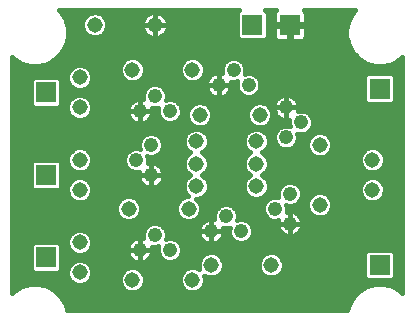
<source format=gtl>
G04 Output by ViewMate Deluxe V11.0.9  PentaLogix LLC*
G04 Sun May 11 19:20:02 2014*
%FSLAX33Y33*%
%MOMM*%
%IPPOS*%
%ADD10C,1.3081*%
%ADD11R,1.8009X1.8009*%
%ADD12C,1.209*%
%ADD13C,0.4064*%

%LPD*%
X0Y0D2*D13*G1X34544Y25425D2*X34216Y25425D1*X33279Y25024D2*X34544Y25024D1*X30356Y29451D2*X26352Y29451D1*X26375Y29050D2*X30122Y29050D1*X29954Y28646D2*X26375Y28646D1*X26375Y27440D2*X29820Y27440D1*X29820Y27841D2*X26375Y27841D1*X26375Y28245D2*X29848Y28245D1*X24922Y28245D2*X25116Y28245D1*X25116Y27841D2*X24922Y27841D1*X24922Y27440D2*X25116Y27440D1*X23663Y27440D2*X23150Y27440D1*X23150Y27841D2*X23663Y27841D1*X23663Y28245D2*X23150Y28245D1*X23150Y28646D2*X23663Y28646D1*X23686Y29451D2*X23150Y29451D1*X23150Y29050D2*X23663Y29050D1*X11519Y21803D2*X8230Y21803D1*X8298Y21400D2*X11300Y21400D1*X11262Y20998D2*X8212Y20998D1*X7912Y20594D2*X11387Y20594D1*X5466Y21400D2*X6180Y21400D1*X6248Y21803D2*X5687Y21803D1*X5687Y22205D2*X6525Y22205D1*X1524Y25425D2*X1852Y25425D1*X2789Y25024D2*X1524Y25024D1*X1524Y23815D2*X3132Y23815D1*X3076Y23414D2*X1524Y23414D1*X1524Y23010D2*X3076Y23010D1*X3076Y22609D2*X1524Y22609D1*X1524Y22205D2*X3076Y22205D1*X3076Y21803D2*X1524Y21803D1*X1524Y21400D2*X3297Y21400D1*X6266Y20998D2*X1524Y20998D1*X1524Y20594D2*X6566Y20594D1*X11768Y20193D2*X1524Y20193D1*X1524Y19388D2*X16406Y19388D1*X17031Y19789D2*X1524Y19789D1*X18283Y21400D2*X21595Y21400D1*X21420Y20998D2*X18458Y20998D1*X18458Y20594D2*X21420Y20594D1*X21577Y20193D2*X18301Y20193D1*X24097Y8920D2*X31333Y8920D1*X31333Y8517D2*X24399Y8517D1*X24491Y8115D2*X31333Y8115D1*X31333Y7711D2*X24425Y7711D1*X17549Y6101D2*X31265Y6101D1*X12469Y6101D2*X15979Y6101D1*X15745Y6505D2*X12703Y6505D1*X12743Y6906D2*X15705Y6906D1*X15822Y7310D2*X12626Y7310D1*X12286Y7711D2*X16162Y7711D1*X13381Y9322D2*X13848Y9322D1*X13945Y8920D2*X13289Y8920D1*X12972Y8517D2*X14267Y8517D1*X8054Y13752D2*X10775Y13752D1*X1524Y6101D2*X2055Y6101D1*X6751Y6505D2*X1524Y6505D1*X1524Y6906D2*X6317Y6906D1*X10574Y12141D2*X1524Y12141D1*X1524Y12543D2*X10345Y12543D1*X10307Y12946D2*X1524Y12946D1*X1524Y13348D2*X10427Y13348D1*X6424Y13752D2*X1524Y13752D1*X6548Y16167D2*X5687Y16167D1*X5687Y16568D2*X6259Y16568D1*X6180Y16972D2*X5489Y16972D1*X11374Y17777D2*X7938Y17777D1*X8222Y17374D2*X11072Y17374D1*X10991Y16972D2*X8298Y16972D1*X8219Y16568D2*X11077Y16568D1*X11382Y16167D2*X7930Y16167D1*X8171Y14958D2*X12517Y14958D1*X12268Y15362D2*X7775Y15362D1*X5687Y15763D2*X12210Y15763D1*X6703Y15362D2*X5687Y15362D1*X5687Y14958D2*X6307Y14958D1*X6180Y14557D2*X5606Y14557D1*X1524Y14153D2*X6208Y14153D1*X1524Y14557D2*X3157Y14557D1*X3076Y14958D2*X1524Y14958D1*X1524Y15362D2*X3076Y15362D1*X3076Y15763D2*X1524Y15763D1*X1524Y16167D2*X3076Y16167D1*X3076Y16568D2*X1524Y16568D1*X3312Y17013D2*X5451Y17013D1*X5687Y16774*X5687Y14638*X5451Y14399*X3312Y14399*X3076Y14638*X3076Y16774*X3312Y17013*X1524Y16972D2*X3274Y16972D1*X6256Y17374D2*X1524Y17374D1*X6640Y17874D2*X7028Y18037D1*X7450Y18037*X7838Y17874*X8138Y17577*X8298Y17186*X8298Y16764*X8138Y16375*X7838Y16076*X7450Y15916*X7028Y15916*X6640Y16076*X6340Y16375*X6180Y16764*X6180Y17186*X6340Y17577*X6640Y17874*X1524Y17777D2*X6540Y17777D1*X12261Y18179D2*X1524Y18179D1*X1524Y18583D2*X12316Y18583D1*X12581Y18984D2*X1524Y18984D1*X16109Y18984D2*X13962Y18984D1*X14227Y18583D2*X16022Y18583D1*X16093Y18179D2*X14282Y18179D1*X14171Y17777D2*X16368Y17777D1*X16299Y17374D2*X13807Y17374D1*X13012Y16972D2*X16063Y16972D1*X13272Y16767D2*X13272Y15705D1*X13272Y16767*X16022Y16568D2*X13889Y16568D1*X14227Y16167D2*X16137Y16167D1*X14333Y15789D2*X14333Y15705D1*X13272Y15705*X12210Y15705*X12210Y15789*X12235Y15954*X12245Y15984*X12202Y15966*X11801Y15966*X11430Y16119*X11146Y16403*X10991Y16774*X10991Y17175*X11146Y17549*X11430Y17833*X11801Y17986*X12202Y17986*X12304Y17945*X12261Y18044*X12261Y18445*X12416Y18819*X12700Y19103*X13071Y19256*X13472Y19256*X13843Y19103*X14127Y18819*X14282Y18445*X14282Y18044*X14127Y17673*X13843Y17389*X13472Y17236*X13071Y17236*X12969Y17277*X13012Y17175*X13012Y16774*X12995Y16731*X13023Y16741*X13188Y16767*X13272Y16767*X13355Y16767*X13520Y16741*X13678Y16690*X13828Y16614*X13962Y16515*X14082Y16398*X14178Y16261*X14254Y16114*X14308Y15954*X14333Y15789*X16477Y15763D2*X14333Y15763D1*X14275Y15362D2*X16190Y15362D1*X14082Y15014D2*X14178Y15149D1*X14254Y15298*X14308Y15456*X14333Y15621*X14333Y15705*X13272Y15705*X12210Y15705*X12210Y15621*X12235Y15456*X12289Y15298*X12365Y15149*X12461Y15014*X12581Y14897*X12715Y14798*X12865Y14722*X13023Y14671*X13188Y14646*X13272Y14646*X13272Y15705*X13272Y14646*X13355Y14646*X13520Y14671*X13678Y14722*X13828Y14798*X13962Y14897*X14082Y15014*X16022Y14958D2*X14026Y14958D1*X8298Y14557D2*X16022Y14557D1*X8298Y14224D2*X8298Y14646D1*X8138Y15037*X7838Y15334*X7450Y15497*X7028Y15497*X6640Y15334*X6340Y15037*X6180Y14646*X6180Y14224*X6340Y13835*X6640Y13536*X7028Y13376*X7450Y13376*X7838Y13536*X8138Y13835*X8298Y14224*X16182Y14153D2*X8270Y14153D1*X11958Y13752D2*X15855Y13752D1*X15507Y13348D2*X12306Y13348D1*X12426Y12946D2*X15387Y12946D1*X12426Y12636D2*X12426Y13058D1*X12266Y13449*X11966Y13746*X11577Y13909*X11156Y13909*X10767Y13746*X10467Y13449*X10307Y13058*X10307Y12636*X10467Y12248*X10767Y11948*X11156Y11788*X11577Y11788*X11966Y11948*X12266Y12248*X12426Y12636*X15425Y12543D2*X12388Y12543D1*X12159Y12141D2*X15654Y12141D1*X1524Y11336D2*X12870Y11336D1*X17645Y11737D2*X1524Y11737D1*X14308Y11336D2*X17363Y11336D1*X17290Y10932D2*X14554Y10932D1*X14600Y10531D2*X17371Y10531D1*X31501Y9322D2*X15870Y9322D1*X33777Y9322D2*X34544Y9322D1*X34544Y8920D2*X33945Y8920D1*X33945Y8517D2*X34544Y8517D1*X34544Y8115D2*X33945Y8115D1*X33945Y7711D2*X34544Y7711D1*X34544Y7310D2*X33945Y7310D1*X33835Y6906D2*X34544Y6906D1*X34544Y6101D2*X34013Y6101D1*X17783Y6505D2*X34544Y6505D1*X31443Y6906D2*X17823Y6906D1*X31333Y7018D2*X31333Y9154D1*X31570Y9393*X33708Y9393*X33945Y9154*X33945Y7018*X33708Y6779*X31570Y6779*X31333Y7018*X24155Y7310D2*X31333Y7310D1*X19075Y7310D2*X22708Y7310D1*X22438Y7711D2*X19345Y7711D1*X19411Y8115D2*X22372Y8115D1*X22464Y8517D2*X19319Y8517D1*X22832Y8984D2*X23221Y9147D1*X23642Y9147*X24031Y8984*X24331Y8687*X24491Y8296*X24491Y7874*X24331Y7485*X24031Y7186*X23642Y7026*X23221Y7026*X22832Y7186*X22532Y7485*X22372Y7874*X22372Y8296*X22532Y8687*X22832Y8984*X19017Y8920D2*X22766Y8920D1*X19413Y10932D2*X19881Y10932D1*X19969Y10531D2*X19332Y10531D1*X19035Y10127D2*X20277Y10127D1*X18352Y12004D2*X18352Y10942D1*X17290Y10942*X17290Y11026*X17315Y11191*X17369Y11351*X17445Y11499*X17541Y11636*X17661Y11753*X17795Y11852*X17945Y11928*X18103Y11979*X18268Y12004*X18352Y12004*X17239Y12141D2*X18611Y12141D1*X18664Y12543D2*X17468Y12543D1*X17506Y12946D2*X18926Y12946D1*X21262Y14153D2*X17981Y14153D1*X18141Y14557D2*X21102Y14557D1*X21102Y14958D2*X18141Y14958D1*X17973Y15362D2*X21270Y15362D1*X21557Y15763D2*X17686Y15763D1*X18026Y16167D2*X21217Y16167D1*X21102Y16568D2*X18141Y16568D1*X18100Y16972D2*X21143Y16972D1*X21379Y17374D2*X17864Y17374D1*X17795Y17777D2*X21448Y17777D1*X21173Y18179D2*X18070Y18179D1*X18141Y18583D2*X21102Y18583D1*X21189Y18984D2*X18054Y18984D1*X17757Y19388D2*X21486Y19388D1*X22111Y19789D2*X17767Y19789D1*X23150Y18179D2*X23973Y18179D1*X23731Y18583D2*X23221Y18583D1*X23134Y18984D2*X23691Y18984D1*X23818Y19388D2*X22837Y19388D1*X22847Y19789D2*X24257Y19789D1*X24961Y20193D2*X23381Y20193D1*X23538Y20594D2*X24033Y20594D1*X23538Y20998D2*X23726Y20998D1*X23640Y21400D2*X23363Y21400D1*X22794Y21803D2*X23711Y21803D1*X22268Y21847D2*X22690Y21847D1*X23078Y21684*X23378Y21387*X23538Y20996*X23538Y20574*X23378Y20185*X23078Y19886*X22690Y19726*X22268Y19726*X21880Y19886*X21580Y20185*X21420Y20574*X21420Y20996*X21580Y21387*X21880Y21684*X22268Y21847*X17714Y21803D2*X22164Y21803D1*X15588Y21803D2*X17084Y21803D1*X16515Y21400D2*X15829Y21400D1*X15870Y20998D2*X16340Y20998D1*X16340Y20594D2*X15743Y20594D1*X16500Y20185D2*X16340Y20574D1*X16340Y20996*X16500Y21387*X16800Y21684*X17188Y21847*X17610Y21847*X17998Y21684*X18298Y21387*X18458Y20996*X18458Y20574*X18298Y20185*X17998Y19886*X17610Y19726*X17188Y19726*X16800Y19886*X16500Y20185*X15301Y20193D2*X16497Y20193D1*X13881Y21400D2*X13889Y21400D1*X13376Y20998D2*X13848Y20998D1*X13975Y20594D2*X13251Y20594D1*X12870Y20193D2*X14417Y20193D1*X16045Y23815D2*X12403Y23815D1*X12675Y24219D2*X15773Y24219D1*X15705Y24620D2*X12743Y24620D1*X12654Y25024D2*X15794Y25024D1*X16096Y25425D2*X12352Y25425D1*X19246Y24620D2*X17823Y24620D1*X17734Y25024D2*X19340Y25024D1*X19657Y25425D2*X17432Y25425D1*X31062Y25425D2*X20856Y25425D1*X21173Y25024D2*X31999Y25024D1*X31476Y24219D2*X22012Y24219D1*X22418Y23815D2*X31333Y23815D1*X31333Y23414D2*X22537Y23414D1*X22489Y23010D2*X31333Y23010D1*X31333Y22609D2*X22238Y22609D1*X34544Y21803D2*X33807Y21803D1*X33945Y22205D2*X34544Y22205D1*X34544Y22609D2*X33945Y22609D1*X33945Y23010D2*X34544Y23010D1*X34544Y23414D2*X33945Y23414D1*X33945Y23815D2*X34544Y23815D1*X34544Y24219D2*X33802Y24219D1*X21267Y24620D2*X34544Y24620D1*X20048Y23414D2*X20516Y23414D1*X20564Y23010D2*X20000Y23010D1*X19769Y22609D2*X20815Y22609D1*X17755Y24219D2*X18410Y24219D1*X17363Y23696D2*X16975Y23536D1*X16553Y23536*X16165Y23696*X15865Y23995*X15705Y24384*X15705Y24806*X15865Y25197*X16165Y25494*X16553Y25657*X16975Y25657*X17363Y25494*X17663Y25197*X17823Y24806*X17823Y24384*X17663Y23995*X17363Y23696*X18044Y23815D2*X17483Y23815D1*X17925Y23409D2*X17950Y23574D1*X18004Y23734*X18080Y23881*X18176Y24018*X18296Y24135*X18430Y24234*X18580Y24310*X18738Y24361*X18903Y24387*X18986Y24387*X18986Y23325*X18986Y24387*X19070Y24387*X19235Y24361*X19263Y24351*X19246Y24394*X19246Y24795*X19401Y25169*X19685Y25453*X20056Y25606*X20457Y25606*X20828Y25453*X21112Y25169*X21267Y24795*X21267Y24394*X21224Y24295*X21326Y24336*X21727Y24336*X22098Y24183*X22382Y23899*X22537Y23525*X22537Y23124*X22382Y22753*X22098Y22469*X21727Y22316*X21326Y22316*X20955Y22469*X20671Y22753*X20516Y23124*X20516Y23525*X20559Y23627*X20457Y23586*X20056Y23586*X20013Y23604*X20023Y23574*X20048Y23409*X20048Y23325*X18986Y23325*X17925Y23325*X17925Y23409*X8161Y23414D2*X17925Y23414D1*X10965Y23815D2*X8298Y23815D1*X8280Y24219D2*X10693Y24219D1*X10625Y24620D2*X8077Y24620D1*X4069Y25024D2*X10714Y25024D1*X11016Y25425D2*X5006Y25425D1*X11085Y25494D2*X10785Y25197D1*X10625Y24806*X10625Y24384*X10785Y23995*X11085Y23696*X11473Y23536*X11895Y23536*X12283Y23696*X12583Y23995*X12743Y24384*X12743Y24806*X12583Y25197*X12283Y25494*X11895Y25657*X11473Y25657*X11085Y25494*X12682Y29050D2*X9365Y29050D1*X9558Y28646D2*X12502Y28646D1*X12489Y28245D2*X9568Y28245D1*X9423Y27841D2*X12629Y27841D1*X13038Y27440D2*X8946Y27440D1*X20538Y27440D2*X14140Y27440D1*X14549Y27841D2*X20538Y27841D1*X20538Y28245D2*X14689Y28245D1*X14676Y28646D2*X20538Y28646D1*X20538Y29050D2*X14496Y29050D1*X13965Y29451D2*X20538Y29451D1*X13589Y29517D2*X13589Y28405D1*X13589Y29517*X13162Y29436D2*X13330Y29489D1*X13503Y29517*X13589Y29517*X13675Y29517*X13848Y29489*X14016Y29436*X14171Y29355*X14313Y29253*X14437Y29129*X14539Y28989*X14618Y28832*X14674Y28666*X14699Y28494*X14699Y28405*X13589Y28405*X12479Y28405*X13589Y28405*X13589Y27295*X13589Y28405*X14699Y28405*X14699Y28318*X14674Y28146*X14618Y27978*X14539Y27823*X14437Y27681*X14313Y27559*X14171Y27455*X14016Y27376*X13848Y27323*X13675Y27295*X13589Y27295*X13503Y27295*X13330Y27323*X13162Y27376*X13007Y27455*X12865Y27559*X12741Y27681*X12639Y27823*X12560Y27978*X12504Y28146*X12479Y28318*X12479Y28405*X12479Y28494*X12504Y28666*X12560Y28832*X12639Y28989*X12741Y29129*X12865Y29253*X13007Y29355*X13162Y29436*X8753Y29451D2*X13213Y29451D1*X8265Y29451D2*X5712Y29451D1*X5946Y29050D2*X7653Y29050D1*X7460Y28646D2*X6114Y28646D1*X6220Y28245D2*X7450Y28245D1*X7595Y27841D2*X6248Y27841D1*X7910Y27506D2*X7610Y27805D1*X7450Y28194*X7450Y28616*X7610Y29007*X7910Y29304*X8298Y29467*X8720Y29467*X9108Y29304*X9408Y29007*X9568Y28616*X9568Y28194*X9408Y27805*X9108Y27506*X8720Y27346*X8298Y27346*X7910Y27506*X6248Y27440D2*X8072Y27440D1*X29916Y27036D2*X6152Y27036D1*X6027Y26634D2*X30041Y26634D1*X30272Y26231D2*X5796Y26231D1*X5474Y25829D2*X30594Y25829D1*X1524Y24620D2*X6401Y24620D1*X6198Y24219D2*X1524Y24219D1*X5631Y23815D2*X6180Y23815D1*X5687Y23759D2*X5687Y21623D1*X5451Y21384*X3312Y21384*X3076Y21623*X3076Y23759*X3312Y23998*X5451Y23998*X5687Y23759*X6317Y23414D2*X5687Y23414D1*X5687Y23010D2*X6761Y23010D1*X12593Y22609D2*X5687Y22609D1*X12319Y22164D2*X12319Y21102D1*X11257Y21102*X11257Y21186*X11283Y21351*X11336Y21511*X11412Y21659*X11509Y21796*X11628Y21913*X11763Y22012*X11913Y22088*X12070Y22139*X12235Y22164*X12319Y22164*X7953Y22205D2*X12578Y22205D1*X7450Y22482D2*X7838Y22319D1*X8138Y22022*X8298Y21631*X8298Y21209*X8138Y20820*X7838Y20521*X7450Y20361*X7028Y20361*X6640Y20521*X6340Y20820*X6180Y21209*X6180Y21631*X6340Y22022*X6640Y22319*X7028Y22482*X7450Y22482*X7838Y23061D2*X7450Y22901D1*X7028Y22901*X6640Y23061*X6340Y23360*X6180Y23749*X6180Y24171*X6340Y24562*X6640Y24859*X7028Y25022*X7450Y25022*X7838Y24859*X8138Y24562*X8298Y24171*X8298Y23749*X8138Y23360*X7838Y23061*X12797Y23010D2*X7717Y23010D1*X17973Y23010D2*X14381Y23010D1*X18176Y22634D2*X18080Y22769D1*X18004Y22918*X17950Y23076*X17925Y23241*X17925Y23325*X18986Y23325*X18986Y22266*X18986Y23325*X20048Y23325*X20048Y23241*X20023Y23076*X19969Y22918*X19893Y22769*X19797Y22634*X19677Y22517*X19543Y22418*X19393Y22342*X19235Y22291*X19070Y22266*X18986Y22266*X18903Y22266*X18738Y22291*X18580Y22342*X18430Y22418*X18296Y22517*X18176Y22634*X14585Y22609D2*X18204Y22609D1*X14600Y22172D2*X14557Y22073D1*X14658Y22113*X15060Y22113*X15430Y21961*X15715Y21676*X15870Y21303*X15870Y20902*X15715Y20531*X15430Y20246*X15060Y20094*X14658Y20094*X14288Y20246*X14003Y20531*X13848Y20902*X13848Y21303*X13891Y21405*X13790Y21364*X13388Y21364*X13345Y21382*X13355Y21351*X13381Y21186*X13381Y21102*X12319Y21102*X11257Y21102*X11257Y21018*X11283Y20853*X11336Y20696*X11412Y20546*X11509Y20411*X11628Y20295*X11763Y20196*X11913Y20119*X12070Y20069*X12235Y20043*X12319Y20043*X12319Y21102*X13381Y21102*X13381Y21018*X13355Y20853*X13302Y20696*X13226Y20546*X13129Y20411*X13010Y20295*X12875Y20196*X12725Y20119*X12568Y20069*X12403Y20043*X12319Y20043*X12319Y21102*X12319Y22164*X12403Y22164*X12568Y22139*X12596Y22128*X12578Y22172*X12578Y22573*X12733Y22946*X13018Y23231*X13388Y23383*X13790Y23383*X14160Y23231*X14445Y22946*X14600Y22573*X14600Y22172*X23985Y22205D2*X14600Y22205D1*X24702Y22482D2*X24702Y21420D1*X24702Y22482*X31333Y22205D2*X25418Y22205D1*X31570Y21702D2*X31333Y21941D1*X31333Y24077*X31570Y24315*X33708Y24315*X33945Y24077*X33945Y21941*X33708Y21702*X31570Y21702*X25692Y21803D2*X31471Y21803D1*X25763Y21420D2*X24702Y21420D1*X23640Y21420*X23640Y21504*X23665Y21669*X23719Y21829*X23795Y21976*X23891Y22113*X24011Y22230*X24145Y22329*X24295Y22405*X24453Y22456*X24618Y22482*X24702Y22482*X24785Y22482*X24950Y22456*X25108Y22405*X25258Y22329*X25392Y22230*X25512Y22113*X25608Y21976*X25684Y21829*X25738Y21669*X25763Y21504*X25763Y21420*X34544Y21400D2*X25763Y21400D1*X26553Y20998D2*X34544Y20998D1*X34544Y20594D2*X26881Y20594D1*X26982Y20193D2*X34544Y20193D1*X34544Y19789D2*X26916Y19789D1*X26637Y19388D2*X34544Y19388D1*X22944Y17374D2*X26932Y17374D1*X26606Y17777D2*X22875Y17777D1*X26500Y18179D2*X25430Y18179D1*X25672Y18583D2*X26551Y18583D1*X25712Y19080D2*X25669Y19182D1*X25771Y19141*X26172Y19141*X26543Y19294*X26827Y19578*X26982Y19949*X26982Y20350*X26827Y20724*X26543Y21008*X26172Y21161*X25771Y21161*X25728Y21143*X25738Y21171*X25763Y21336*X25763Y21420*X24702Y21420*X23640Y21420*X23640Y21336*X23665Y21171*X23719Y21013*X23795Y20864*X23891Y20729*X24011Y20612*X24145Y20513*X24295Y20437*X24453Y20386*X24618Y20361*X24702Y20361*X24702Y21420*X24702Y20361*X24785Y20361*X24950Y20386*X24978Y20396*X24961Y20350*X24961Y19949*X25004Y19850*X24902Y19891*X24501Y19891*X24130Y19738*X23846Y19454*X23691Y19080*X23691Y18679*X23846Y18308*X24130Y18024*X24501Y17871*X24902Y17871*X25273Y18024*X25557Y18308*X25712Y18679*X25712Y19080*X26800Y18984D2*X25712Y18984D1*X34544Y18984D2*X28318Y18984D1*X28567Y18583D2*X34544Y18583D1*X34544Y18179D2*X28618Y18179D1*X32819Y13752D2*X34544Y13752D1*X34544Y14153D2*X33035Y14153D1*X33063Y14557D2*X34544Y14557D1*X34544Y14958D2*X32936Y14958D1*X32540Y15362D2*X34544Y15362D1*X23053Y15362D2*X31468Y15362D1*X34544Y15763D2*X22766Y15763D1*X32695Y16167D2*X34544Y16167D1*X34544Y16568D2*X32984Y16568D1*X33063Y16972D2*X34544Y16972D1*X34544Y17374D2*X32987Y17374D1*X32702Y17777D2*X34544Y17777D1*X28512Y17777D2*X31306Y17777D1*X28158Y17346D2*X27770Y17186D1*X27348Y17186*X26960Y17346*X26660Y17645*X26500Y18034*X26500Y18456*X26660Y18847*X26960Y19144*X27348Y19307*X27770Y19307*X28158Y19144*X28458Y18847*X28618Y18456*X28618Y18034*X28458Y17645*X28158Y17346*X31021Y17374D2*X28186Y17374D1*X23180Y16972D2*X30945Y16972D1*X31024Y16568D2*X23221Y16568D1*X31405Y16076D2*X31793Y15916D1*X32215Y15916*X32603Y16076*X32903Y16375*X33063Y16764*X33063Y17186*X32903Y17577*X32603Y17874*X32215Y18037*X31793Y18037*X31405Y17874*X31105Y17577*X30945Y17186*X30945Y16764*X31105Y16375*X31405Y16076*X23106Y16167D2*X31313Y16167D1*X30945Y14557D2*X25931Y14557D1*X25608Y14958D2*X31072Y14958D1*X23221Y14958D2*X24430Y14958D1*X24107Y14557D2*X23221Y14557D1*X23061Y14153D2*X24008Y14153D1*X22515Y13752D2*X23289Y13752D1*X21951Y13693D2*X21562Y13853D1*X21262Y14153*X21102Y14542*X21102Y14963*X21262Y15354*X21562Y15651*X21689Y15705*X21562Y15758*X21262Y16058*X21102Y16446*X21102Y16868*X21262Y17259*X21562Y17556*X21689Y17610*X21562Y17663*X21262Y17963*X21102Y18352*X21102Y18773*X21262Y19164*X21562Y19461*X21951Y19624*X22372Y19624*X22761Y19461*X23061Y19164*X23221Y18773*X23221Y18352*X23061Y17963*X22761Y17663*X22634Y17610*X22761Y17556*X23061Y17259*X23221Y16868*X23221Y16446*X23061Y16058*X22761Y15758*X22634Y15705*X22761Y15651*X23061Y15354*X23221Y14963*X23221Y14542*X23061Y14153*X22761Y13853*X22372Y13693*X21951Y13693*X17435Y13752D2*X21808Y13752D1*X17346Y13449D2*X17506Y13058D1*X17506Y12636*X17346Y12248*X17046Y11948*X16657Y11788*X16236Y11788*X15847Y11948*X15547Y12248*X15387Y12636*X15387Y13058*X15547Y13449*X15847Y13746*X16236Y13909*X16426Y13909*X16182Y14153*X16022Y14542*X16022Y14963*X16182Y15354*X16482Y15651*X16609Y15705*X16482Y15758*X16182Y16058*X16022Y16446*X16022Y16868*X16182Y17259*X16482Y17556*X16609Y17610*X16482Y17663*X16182Y17963*X16022Y18352*X16022Y18773*X16182Y19164*X16482Y19461*X16871Y19624*X17292Y19624*X17681Y19461*X17981Y19164*X18141Y18773*X18141Y18352*X17981Y17963*X17681Y17663*X17554Y17610*X17681Y17556*X17981Y17259*X18141Y16868*X18141Y16446*X17981Y16058*X17681Y15758*X17554Y15705*X17681Y15651*X17981Y15354*X18141Y14963*X18141Y14542*X17981Y14153*X17681Y13853*X17292Y13693*X17102Y13693*X17346Y13449*X22863Y13348D2*X17386Y13348D1*X20317Y12946D2*X22738Y12946D1*X22781Y12543D2*X20579Y12543D1*X20632Y12141D2*X23028Y12141D1*X23970Y11737D2*X21526Y11737D1*X21824Y11336D2*X23983Y11336D1*X24176Y10932D2*X21902Y10932D1*X25019Y12639D2*X25019Y11577D1*X25019Y12639*X26502Y12946D2*X24760Y12946D1*X25461Y12543D2*X26683Y12543D1*X26500Y13348D2*X25679Y13348D1*X25961Y13752D2*X26655Y13752D1*X27173Y14153D2*X26030Y14153D1*X30973Y14153D2*X27945Y14153D1*X31105Y13835D2*X30945Y14224D1*X30945Y14646*X31105Y15037*X31405Y15334*X31793Y15497*X32215Y15497*X32603Y15334*X32903Y15037*X33063Y14646*X33063Y14224*X32903Y13835*X32603Y13536*X32215Y13376*X31793Y13376*X31405Y13536*X31105Y13835*X28463Y13752D2*X31189Y13752D1*X34544Y13348D2*X28618Y13348D1*X28616Y12946D2*X34544Y12946D1*X34544Y12543D2*X28435Y12543D1*X27856Y12141D2*X34544Y12141D1*X27348Y12106D2*X26960Y12266D1*X26660Y12565*X26500Y12954*X26500Y13376*X26660Y13767*X26960Y14064*X27348Y14227*X27770Y14227*X28158Y14064*X28458Y13767*X28618Y13376*X28618Y12954*X28458Y12565*X28158Y12266*X27770Y12106*X27348Y12106*X25921Y12141D2*X27262Y12141D1*X26081Y11661D2*X26081Y11577D1*X25019Y11577*X23957Y11577*X23957Y11661*X23983Y11826*X23993Y11857*X23950Y11839*X23548Y11839*X23178Y11991*X22893Y12276*X22738Y12647*X22738Y13048*X22893Y13421*X23178Y13706*X23548Y13858*X23950Y13858*X24051Y13818*X24008Y13917*X24008Y14318*X24163Y14691*X24448Y14976*X24818Y15128*X25220Y15128*X25590Y14976*X25875Y14691*X26030Y14318*X26030Y13917*X25875Y13546*X25590Y13261*X25220Y13109*X24818Y13109*X24717Y13150*X24760Y13048*X24760Y12647*X24742Y12603*X24770Y12614*X24935Y12639*X25019Y12639*X25103Y12639*X25268Y12614*X25425Y12563*X25575Y12487*X25710Y12388*X25829Y12271*X25926Y12134*X26002Y11986*X26055Y11826*X26081Y11661*X34544Y11737D2*X26068Y11737D1*X26055Y11336D2*X34544Y11336D1*X34544Y10932D2*X25862Y10932D1*X25187Y10531D2*X34544Y10531D1*X24770Y10544D2*X24613Y10594D1*X24463Y10671*X24328Y10770*X24209Y10886*X24112Y11021*X24036Y11171*X23983Y11328*X23957Y11494*X23957Y11577*X25019Y11577*X25019Y10518*X25019Y11577*X26081Y11577*X26081Y11494*X26055Y11328*X26002Y11171*X25926Y11021*X25829Y10886*X25710Y10770*X25575Y10671*X25425Y10594*X25268Y10544*X25103Y10518*X25019Y10518*X24935Y10518*X24770Y10544*X21814Y10531D2*X24851Y10531D1*X21463Y10086D2*X21092Y9934D1*X20691Y9934*X20320Y10086*X20036Y10371*X19881Y10742*X19881Y11143*X19924Y11245*X19822Y11204*X19421Y11204*X19378Y11222*X19388Y11191*X19413Y11026*X19413Y10942*X18352Y10942*X18352Y12004*X18435Y12004*X18600Y11979*X18628Y11968*X18611Y12012*X18611Y12413*X18766Y12786*X19050Y13071*X19421Y13223*X19822Y13223*X20193Y13071*X20477Y12786*X20632Y12413*X20632Y12012*X20589Y11913*X20691Y11953*X21092Y11953*X21463Y11801*X21747Y11516*X21902Y11143*X21902Y10742*X21747Y10371*X21463Y10086*X34544Y10127D2*X21506Y10127D1*X15799Y9726D2*X34544Y9726D1*X17668Y10127D2*X15517Y10127D1*X17945Y9959D2*X17795Y10036D1*X17661Y10135*X17541Y10251*X17445Y10386*X17369Y10536*X17315Y10693*X17290Y10858*X17290Y10942*X18352Y10942*X18352Y9883*X18352Y10942*X19413Y10942*X19413Y10858*X19388Y10693*X19334Y10536*X19258Y10386*X19162Y10251*X19042Y10135*X18908Y10036*X18758Y9959*X18600Y9909*X18435Y9883*X18352Y9883*X18268Y9883*X18103Y9909*X17945Y9959*X15773Y8920D2*X17686Y8920D1*X17384Y8517D2*X15451Y8517D1*X17292Y8296D2*X17452Y8687D1*X17752Y8984*X18141Y9147*X18562Y9147*X18951Y8984*X19251Y8687*X19411Y8296*X19411Y7874*X19251Y7485*X18951Y7186*X18562Y7026*X18141Y7026*X17760Y7183*X17823Y7026*X17823Y6604*X17663Y6215*X17363Y5916*X16975Y5756*X16553Y5756*X16165Y5916*X15865Y6215*X15705Y6604*X15705Y7026*X15865Y7417*X16165Y7714*X16553Y7877*X16975Y7877*X17356Y7719*X17292Y7874*X17292Y8296*X8075Y8115D2*X17292Y8115D1*X6200Y9726D2*X5687Y9726D1*X5687Y9322D2*X6408Y9322D1*X11349Y8920D2*X5687Y8920D1*X8070Y9322D2*X11257Y9322D1*X11323Y9726D2*X8278Y9726D1*X8298Y10127D2*X11590Y10127D1*X12578Y10531D2*X8164Y10531D1*X12578Y10825D2*X12578Y10424D1*X12596Y10381*X12568Y10391*X12403Y10417*X12319Y10417*X12319Y9355*X12319Y10417*X12235Y10417*X12070Y10391*X11913Y10340*X11763Y10264*X11628Y10165*X11509Y10048*X11412Y9911*X11336Y9764*X11283Y9604*X11257Y9439*X11257Y9355*X12319Y9355*X11257Y9355*X11257Y9271*X11283Y9106*X11336Y8948*X11412Y8799*X11509Y8664*X11628Y8547*X11763Y8448*X11913Y8372*X12070Y8321*X12235Y8296*X12319Y8296*X12319Y9355*X13381Y9355*X13381Y9271*X13355Y9106*X13302Y8948*X13226Y8799*X13129Y8664*X13010Y8547*X12875Y8448*X12725Y8372*X12568Y8321*X12403Y8296*X12319Y8296*X12319Y9355*X13381Y9355*X13381Y9439*X13355Y9604*X13345Y9634*X13388Y9616*X13790Y9616*X13891Y9657*X13848Y9555*X13848Y9154*X14003Y8783*X14288Y8499*X14658Y8346*X15060Y8346*X15430Y8499*X15715Y8783*X15870Y9154*X15870Y9555*X15715Y9929*X15430Y10213*X15060Y10366*X14658Y10366*X14557Y10325*X14600Y10424*X14600Y10825*X14445Y11199*X14160Y11483*X13790Y11636*X13388Y11636*X13018Y11483*X12733Y11199*X12578Y10825*X7734Y10932D2*X12624Y10932D1*X1524Y10932D2*X6744Y10932D1*X6314Y10531D2*X1524Y10531D1*X6180Y10201D2*X6340Y10592D1*X6640Y10889*X7028Y11052*X7450Y11052*X7838Y10889*X8138Y10592*X8298Y10201*X8298Y9779*X8138Y9390*X7838Y9091*X7450Y8931*X7028Y8931*X6640Y9091*X6340Y9390*X6180Y9779*X6180Y10201*X1524Y10127D2*X6180Y10127D1*X3076Y9726D2*X1524Y9726D1*X1524Y9322D2*X3076Y9322D1*X3076Y8920D2*X1524Y8920D1*X1524Y8517D2*X3076Y8517D1*X3076Y8115D2*X1524Y8115D1*X1524Y7711D2*X3076Y7711D1*X6180Y7310D2*X1524Y7310D1*X5687Y7653D2*X5687Y9789D1*X5451Y10028*X3312Y10028*X3076Y9789*X3076Y7653*X3312Y7414*X5451Y7414*X5687Y7653*X6200Y7711D2*X5687Y7711D1*X5687Y8115D2*X6403Y8115D1*X11666Y8517D2*X5687Y8517D1*X8278Y7711D2*X11082Y7711D1*X10742Y7310D2*X8298Y7310D1*X8161Y6906D2*X10625Y6906D1*X7838Y6551D2*X7450Y6391D1*X7028Y6391*X6640Y6551*X6340Y6850*X6180Y7239*X6180Y7661*X6340Y8052*X6640Y8349*X7028Y8512*X7450Y8512*X7838Y8349*X8138Y8052*X8298Y7661*X8298Y7239*X8138Y6850*X7838Y6551*X10665Y6505D2*X7727Y6505D1*X10785Y6215D2*X10625Y6604D1*X10625Y7026*X10785Y7417*X11085Y7714*X11473Y7877*X11895Y7877*X12283Y7714*X12583Y7417*X12743Y7026*X12743Y6604*X12583Y6215*X12283Y5916*X11895Y5756*X11473Y5756*X11085Y5916*X10785Y6215*X4803Y6101D2*X10899Y6101D1*X30711Y5700D2*X5357Y5700D1*X5728Y5296D2*X30340Y5296D1*X29949Y4491D2*X6119Y4491D1*X5961Y4895D2*X30107Y4895D1*X6055Y4729D2*X5685Y5372D1*X5161Y5895*X4516Y6269*X3800Y6459*X3058Y6459*X2342Y6269*X1697Y5895*X1524Y5723*X1524Y25690*X1697Y25514*X2342Y25143*X3058Y24950*X3800Y24950*X4516Y25143*X5161Y25514*X5685Y26040*X6055Y26683*X6248Y27399*X6248Y28141*X6055Y28859*X5685Y29502*X5512Y29675*X20739Y29675*X20538Y29474*X20538Y27338*X20775Y27099*X22913Y27099*X23150Y27338*X23150Y29474*X22949Y29675*X23846Y29675*X23838Y29672*X23754Y29586*X23693Y29482*X23663Y29365*X23663Y28501*X24922Y28501*X24922Y28308*X23663Y28308*X23663Y27445*X23693Y27330*X23754Y27224*X23838Y27140*X23942Y27079*X24059Y27048*X24922Y27048*X24922Y28308*X25116Y28308*X26375Y28308*X26375Y27445*X26345Y27330*X26284Y27224*X26200Y27140*X26096Y27079*X25979Y27048*X25116Y27048*X25116Y28308*X25116Y28501*X26375Y28501*X26375Y29365*X26345Y29482*X26284Y29586*X26200Y29672*X26192Y29675*X30556Y29675*X30383Y29502*X30013Y28859*X29820Y28141*X29820Y27399*X30013Y26683*X30383Y26040*X30907Y25514*X31552Y25143*X32268Y24950*X33010Y24950*X33726Y25143*X34371Y25514*X34544Y25690*X34544Y5723*X34371Y5895*X33726Y6269*X33010Y6459*X32268Y6459*X31552Y6269*X30907Y5895*X30383Y5372*X30013Y4729*X29891Y4275*X6177Y4275*X6055Y4729*D10*X8509Y28405D3*X23432Y8085D3*X27559Y13165D3*X32004Y14435D3*X32004Y16975D3*X27559Y18245D3*X22479Y20785D3*X22162Y18562D3*X22162Y16657D3*X22162Y14752D3*X11684Y6815D3*X16764Y6815D3*X18352Y8085D3*X16446Y12847D3*X17082Y14752D3*X17082Y16657D3*X17082Y18562D3*X17399Y20785D3*X16764Y24595D3*X13589Y28405D3*X11684Y24595D3*X7239Y23960D3*X7239Y21420D3*X7239Y16975D3*X7239Y14435D3*X11366Y12847D3*X7239Y9990D3*X7239Y7450D3*D11*X32639Y8085D3*X32639Y23007D3*X25019Y28405D3*X21844Y28405D3*X4382Y8720D3*X4382Y15705D3*X4382Y22690D3*D12*X24702Y18880D3*X25972Y20150D3*X24702Y21420D3*X21526Y23325D3*X20256Y24595D3*X18986Y23325D3*X14859Y21102D3*X13589Y22372D3*X12319Y21102D3*X13272Y18245D3*X12002Y16975D3*X13272Y15705D3*X12319Y9355D3*X13589Y10625D3*X14859Y9355D3*X18352Y10942D3*X19622Y12212D3*X20892Y10942D3*X25019Y14117D3*X23749Y12847D3*X25019Y11577D3*D13*X13589Y29050D3*X13589Y28646D3*X13589Y28245D3*X13589Y27841D3*X12319Y8517D3*X12319Y8920D3*X12319Y9322D3*X12319Y9355D3*X12319Y9726D3*X12319Y10127D3*X13272Y16167D3*X13272Y15763D3*X13272Y15362D3*X13272Y14958D3*X13272Y15705D3*X13272Y16568D3*X13272Y15705D3*X13272Y15705D3*X13272Y15705D3*X18352Y10127D3*X18352Y10531D3*X18352Y10932D3*X18352Y10942D3*X18352Y11336D3*X18352Y11737D3*X24702Y21803D3*X24702Y21400D3*X24702Y20998D3*X24702Y20594D3*X12319Y20193D3*X12319Y20594D3*X12319Y20998D3*X12319Y21102D3*X12319Y21400D3*X12319Y21803D3*X18986Y22609D3*X18986Y23010D3*X18986Y23325D3*X18986Y23414D3*X18986Y23815D3*X18986Y24219D3*X18986Y23325D3*X13589Y27440D3*X13589Y28405D3*X13589Y29451D3*X13589Y28405D3*X13589Y28405D3*X13589Y28405D3*X18986Y23325D3*X18986Y23325D3*X12319Y21102D3*X12319Y21102D3*X12319Y21102D3*X24702Y21420D3*X24702Y22205D3*X24702Y21420D3*X24702Y21420D3*X24702Y21420D3*X25019Y10932D3*X25019Y11336D3*X25019Y11737D3*X25019Y12141D3*X25019Y12543D3*X25019Y11577D3*X25019Y11577D3*X25019Y10531D3*X25019Y11577D3*X25019Y11577D3*X18352Y10942D3*X18352Y10942D3*X18352Y10942D3*X12319Y9355D3*X12319Y9355D3*X12319Y9355D3*X0Y0D2*M02*
</source>
